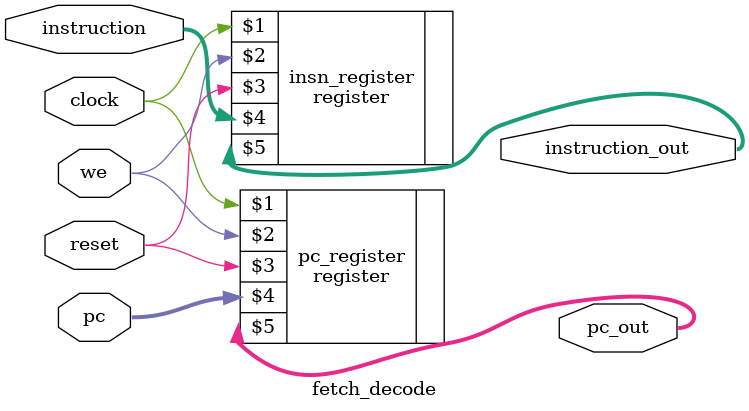
<source format=v>
module fetch_decode(clock, we, reset, pc, instruction, pc_out, instruction_out);

input clock, reset, we;

input [31:0] pc, instruction;

output [31:0] pc_out, instruction_out;

register pc_register(clock, we, reset, pc, pc_out);
register insn_register(clock, we, reset, instruction, instruction_out);

endmodule
</source>
